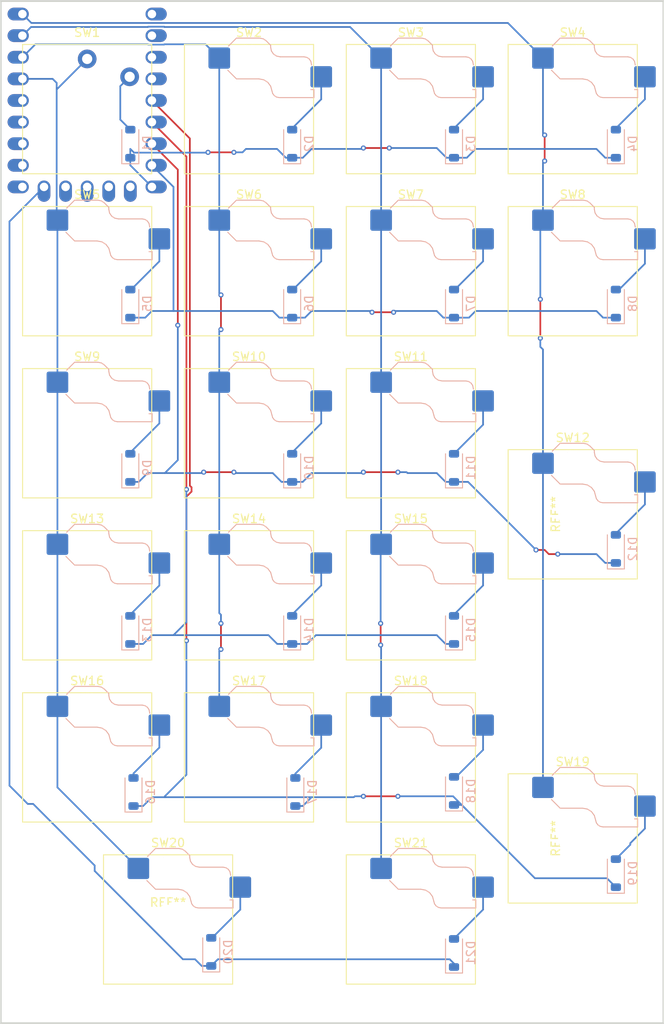
<source format=kicad_pcb>
(kicad_pcb (version 20241229) (generator "pcbnew") (generator_version "9.0")
  (layers (0 "F.Cu" signal) (2 "B.Cu" signal) (13 "F.Paste" user) (15 "B.Paste" user) (5 "F.SilkS" user "F.Silkscreen") (7 "B.SilkS" user "B.Silkscreen") (1 "F.Mask" user) (3 "B.Mask" user) (25 "Edge.Cuts" user))
  (net 0 "")
  (net 1 "r1")
  (net 2 "Net-(D1-A)")
  (net 3 "Net-(D2-A)")
  (net 4 "Net-(D3-A)")
  (net 5 "Net-(D4-A)")
  (net 6 "r2")
  (net 7 "Net-(D5-A)")
  (net 8 "Net-(D6-A)")
  (net 9 "Net-(D7-A)")
  (net 10 "Net-(D8-A)")
  (net 11 "Net-(D9-A)")
  (net 12 "r3")
  (net 13 "Net-(D10-A)")
  (net 14 "Net-(D11-A)")
  (net 15 "Net-(D12-A)")
  (net 16 "Net-(D13-A)")
  (net 17 "r4")
  (net 18 "Net-(D14-A)")
  (net 19 "Net-(D15-A)")
  (net 20 "r5")
  (net 21 "Net-(D16-A)")
  (net 22 "Net-(D17-A)")
  (net 23 "Net-(D18-A)")
  (net 24 "Net-(D19-A)")
  (net 25 "Net-(D20-A)")
  (net 26 "r6")
  (net 27 "Net-(D21-A)")
  (net 28 "c1")
  (net 29 "c2")
  (net 30 "c3")
  (net 31 "c4")
  (footprint "ScottoKeebs_Stabilizer:Stabilizer_MX_2.00u" (layer "F.Cu") (at 95.25 123.825 90)
    (property "Reference" "REF**")
    (property "Value" "Stabilizer_MX_2.00u")
  )
  (footprint "ScottoKeebs_Hotswap:Hotswap_Choc_V1_1.00u" (layer "F.Cu") (at 76.2 114.3)
    (property "Reference" "SW18")
    (property "Value" "SW_Push_45deg")
  )
  (footprint "ScottoKeebs_Hotswap:Hotswap_Choc_V1_2.00u" (layer "F.Cu") (at 47.625 133.35)
    (property "Reference" "SW20")
    (property "Value" "SW_Push_45deg")
  )
  (footprint "ScottoKeebs_Hotswap:Hotswap_Choc_V1_2.00u_90deg" (layer "F.Cu") (at 95.25 85.725)
    (property "Reference" "SW12")
    (property "Value" "SW_Push_45deg")
  )
  (footprint "ScottoKeebs_Hotswap:Hotswap_Choc_V1_1.00u" (layer "F.Cu") (at 76.2 57.15)
    (property "Reference" "SW7")
    (property "Value" "SW_Push_45deg")
  )
  (footprint "ScottoKeebs_Hotswap:Hotswap_Choc_V1_1.00u" (layer "F.Cu") (at 76.2 38.1)
    (property "Reference" "SW3")
    (property "Value" "SW_Push_45deg")
  )
  (footprint "ScottoKeebs_Hotswap:Hotswap_Choc_V1_1.00u" (layer "F.Cu") (at 57.15 95.25)
    (property "Reference" "SW14")
    (property "Value" "SW_Push_45deg")
  )
  (footprint "ScottoKeebs_Hotswap:Hotswap_Choc_V1_1.00u" (layer "F.Cu") (at 57.15 114.3)
    (property "Reference" "SW17")
    (property "Value" "SW_Push_45deg")
  )
  (footprint "ScottoKeebs_Choc:Choc_V1_1.00u" (layer "F.Cu") (at 38.1 38.1)
    (property "Reference" "SW1")
    (property "Value" "SW_Push_45deg")
  )
  (footprint "ScottoKeebs_Hotswap:Hotswap_Choc_V1_2.00u_90deg" (layer "F.Cu") (at 95.25 123.825)
    (property "Reference" "SW19")
    (property "Value" "SW_Push_45deg")
  )
  (footprint "ScottoKeebs_Hotswap:Hotswap_Choc_V1_1.00u" (layer "F.Cu") (at 95.25 57.15)
    (property "Reference" "SW8")
    (property "Value" "SW_Push_45deg")
  )
  (footprint "ScottoKeebs_Stabilizer:Stabilizer_MX_2.00u" (layer "F.Cu") (at 47.625 133.35)
    (property "Reference" "REF**")
    (property "Value" "Stabilizer_MX_2.00u")
  )
  (footprint "ScottoKeebs_Hotswap:Hotswap_Choc_V1_1.00u" (layer "F.Cu") (at 38.1 95.25)
    (property "Reference" "SW13")
    (property "Value" "SW_Push_45deg")
  )
  (footprint "ScottoKeebs_Hotswap:Hotswap_Choc_V1_1.00u" (layer "F.Cu") (at 76.2 95.25)
    (property "Reference" "SW15")
    (property "Value" "SW_Push_45deg")
  )
  (footprint "ScottoKeebs_Hotswap:Hotswap_Choc_V1_1.00u" (layer "F.Cu") (at 38.1 76.2)
    (property "Reference" "SW9")
    (property "Value" "SW_Push_45deg")
  )
  (footprint "ScottoKeebs_Hotswap:Hotswap_Choc_V1_1.00u" (layer "F.Cu") (at 38.1 114.3)
    (property "Reference" "SW16")
    (property "Value" "SW_Push_45deg")
  )
  (footprint "ScottoKeebs_Hotswap:Hotswap_Choc_V1_1.00u" (layer "F.Cu") (at 76.2 133.35)
    (property "Reference" "SW21")
    (property "Value" "SW_Push_45deg")
  )
  (footprint "ScottoKeebs_Hotswap:Hotswap_Choc_V1_1.00u" (layer "F.Cu") (at 76.2 76.2)
    (property "Reference" "SW11")
    (property "Value" "SW_Push_45deg")
  )
  (footprint "ScottoKeebs_Hotswap:Hotswap_Choc_V1_1.00u" (layer "F.Cu") (at 57.15 76.2)
    (property "Reference" "SW10")
    (property "Value" "SW_Push_45deg")
  )
  (footprint "ScottoKeebs_Stabilizer:Stabilizer_MX_2.00u" (layer "F.Cu") (at 95.25 85.725 90)
    (property "Reference" "REF**")
    (property "Value" "Stabilizer_MX_2.00u")
  )
  (footprint "ScottoKeebs_Hotswap:Hotswap_Choc_V1_1.00u" (layer "F.Cu") (at 38.1 57.15)
    (property "Reference" "SW5")
    (property "Value" "SW_Push_45deg")
  )
  (footprint "ScottoKeebs_Hotswap:Hotswap_Choc_V1_1.00u" (layer "F.Cu") (at 95.25 38.1)
    (property "Reference" "SW4")
    (property "Value" "SW_Push_45deg")
  )
  (footprint "ScottoKeebs_Hotswap:Hotswap_Choc_V1_1.00u" (layer "F.Cu") (at 57.15 38.1)
    (property "Reference" "SW2")
    (property "Value" "SW_Push_45deg")
  )
  (footprint "ScottoKeebs_Hotswap:Hotswap_Choc_V1_1.00u" (layer "F.Cu") (at 57.15 57.15)
    (property "Reference" "SW6")
    (property "Value" "SW_Push_45deg")
  )
  (footprint "Diode_SMD:D_SOD-123" (layer "B.Cu") (at 100.33 127.908 90)
    (property "Reference" "D19")
    (property "Value" "D_Small_Filled")
  )
  (footprint "Diode_SMD:D_SOD-123" (layer "B.Cu") (at 81.28 137.288 90)
    (property "Reference" "D21")
    (property "Value" "D_Small_Filled")
  )
  (footprint "Diode_SMD:D_SOD-123" (layer "B.Cu") (at 62.23 42.164 90)
    (property "Reference" "D2")
    (property "Value" "D_Small_Filled")
  )
  (footprint "Diode_SMD:D_SOD-123" (layer "B.Cu") (at 100.33 42.164 90)
    (property "Reference" "D4")
    (property "Value" "D_Small_Filled")
  )
  (footprint "Diode_SMD:D_SOD-123" (layer "B.Cu") (at 62.605 118.364 90)
    (property "Reference" "D17")
    (property "Value" "D_Small_Filled")
  )
  (footprint "Diode_SMD:D_SOD-123" (layer "B.Cu") (at 43.555 118.364 90)
    (property "Reference" "D16")
    (property "Value" "D_Small_Filled")
  )
  (footprint "Diode_SMD:D_SOD-123" (layer "B.Cu") (at 100.33 89.789 90)
    (property "Reference" "D12")
    (property "Value" "D_Small_Filled")
  )
  (footprint "Diode_SMD:D_SOD-123" (layer "B.Cu") (at 52.705 137.16 90)
    (property "Reference" "D20")
    (property "Value" "D_Small_Filled")
  )
  (footprint "Diode_SMD:D_SOD-123" (layer "B.Cu") (at 62.23 60.96 90)
    (property "Reference" "D6")
    (property "Value" "D_Small_Filled")
  )
  (footprint "Diode_SMD:D_SOD-123" (layer "B.Cu") (at 43.18 99.314 90)
    (property "Reference" "D13")
    (property "Value" "D_Small_Filled")
  )
  (footprint "Diode_SMD:D_SOD-123" (layer "B.Cu") (at 81.28 99.314 90)
    (property "Reference" "D15")
    (property "Value" "D_Small_Filled")
  )
  (footprint "Diode_SMD:D_SOD-123" (layer "B.Cu") (at 81.28 118.238 90)
    (property "Reference" "D18")
    (property "Value" "D_Small_Filled")
  )
  (footprint "Diode_SMD:D_SOD-123" (layer "B.Cu") (at 62.23 80.264 90)
    (property "Reference" "D10")
    (property "Value" "D_Small_Filled")
  )
  (footprint "Diode_SMD:D_SOD-123" (layer "B.Cu") (at 81.28 60.96 90)
    (property "Reference" "D7")
    (property "Value" "D_Small_Filled")
  )
  (footprint "Diode_SMD:D_SOD-123" (layer "B.Cu") (at 81.28 42.164 90)
    (property "Reference" "D3")
    (property "Value" "D_Small_Filled")
  )
  (footprint "Diode_SMD:D_SOD-123" (layer "B.Cu") (at 43.18 80.264 90)
    (property "Reference" "D9")
    (property "Value" "D_Small_Filled")
  )
  (footprint "Diode_SMD:D_SOD-123" (layer "B.Cu") (at 81.28 80.264 90)
    (property "Reference" "D11")
    (property "Value" "D_Small_Filled")
  )
  (footprint "Diode_SMD:D_SOD-123" (layer "B.Cu") (at 100.33 60.96 90)
    (property "Reference" "D8")
    (property "Value" "D_Small_Filled")
  )
  (footprint "Diode_SMD:D_SOD-123" (layer "B.Cu") (at 43.18 42.164 90)
    (property "Reference" "D1")
    (property "Value" "D_Small_Filled")
  )
  (footprint "Diode_SMD:D_SOD-123" (layer "B.Cu") (at 43.18 60.96 90)
    (property "Reference" "D5")
    (property "Value" "D_Small_Filled")
  )
  (footprint "Diode_SMD:D_SOD-123" (layer "B.Cu") (at 62.23 99.314 90)
    (property "Reference" "D14")
    (property "Value" "D_Small_Filled")
  )
  (footprint "ScottoKeebs_MCU:RP2040_Zero" (layer "B.Cu") (at 38.1 37.084 180)
    (property "Reference" "U1" (hide yes))
    (property "Value" "RP2040_Zero" (hide yes))
  )
  (gr_rect (start 27.94 25.4) (end 105.918 145.542) (stroke (width 0.2)) (fill no) (layer "Edge.Cuts"))
  (segment (start 52.324 43.18) (end 55.372 43.18) (width 0.2) (layer "F.Cu") (net 1))
  (segment (start 73.66 42.672) (end 70.612 42.672) (width 0.2) (layer "F.Cu") (net 1))
  (via (at 73.66 42.672) (size 0.6) (drill 0.3) (layers "F.Cu" "B.Cu") (net 1))
  (via (at 70.612 42.672) (size 0.6) (drill 0.3) (layers "F.Cu" "B.Cu") (net 1))
  (via (at 52.324 43.18) (size 0.6) (drill 0.3) (layers "F.Cu" "B.Cu") (net 1))
  (via (at 55.372 43.18) (size 0.6) (drill 0.3) (layers "F.Cu" "B.Cu") (net 1))
  (segment (start 62.23 43.814) (end 61.486 43.814) (width 0.2) (layer "B.Cu") (net 1))
  (segment (start 43.18 42.78) (end 43.615 43.215) (width 0.2) (layer "B.Cu") (net 1))
  (segment (start 81.28 43.814) (end 80.39 43.814) (width 0.2) (layer "B.Cu") (net 1))
  (segment (start 61.486 43.814) (end 60.452 42.78) (width 0.2) (layer "B.Cu") (net 1))
  (segment (start 43.615 43.215) (end 52.289 43.215) (width 0.2) (layer "B.Cu") (net 1))
  (segment (start 70.504 42.78) (end 64.516 42.78) (width 0.2) (layer "B.Cu") (net 1))
  (segment (start 70.612 42.672) (end 70.504 42.78) (width 0.2) (layer "B.Cu") (net 1))
  (segment (start 56.788 42.78) (end 60.452 42.78) (width 0.2) (layer "B.Cu") (net 1))
  (segment (start 63.482 43.814) (end 64.516 42.78) (width 0.2) (layer "B.Cu") (net 1))
  (segment (start 83.82 42.78) (end 98.044 42.78) (width 0.2) (layer "B.Cu") (net 1))
  (segment (start 82.786 43.814) (end 83.82 42.78) (width 0.2) (layer "B.Cu") (net 1))
  (segment (start 52.289 43.215) (end 52.324 43.18) (width 0.2) (layer "B.Cu") (net 1))
  (segment (start 56.388 43.18) (end 56.788 42.78) (width 0.2) (layer "B.Cu") (net 1))
  (segment (start 100.33 43.814) (end 99.078 43.814) (width 0.2) (layer "B.Cu") (net 1))
  (segment (start 81.28 43.814) (end 82.786 43.814) (width 0.2) (layer "B.Cu") (net 1))
  (segment (start 99.078 43.814) (end 98.044 42.78) (width 0.2) (layer "B.Cu") (net 1))
  (segment (start 43.18 44.704) (end 45.72 47.244) (width 0.2) (layer "B.Cu") (net 1))
  (segment (start 62.23 43.814) (end 63.482 43.814) (width 0.2) (layer "B.Cu") (net 1))
  (segment (start 80.39 43.814) (end 79.248 42.672) (width 0.2) (layer "B.Cu") (net 1))
  (segment (start 55.372 43.18) (end 56.388 43.18) (width 0.2) (layer "B.Cu") (net 1))
  (segment (start 43.18 42.78) (end 43.18 44.704) (width 0.2) (layer "B.Cu") (net 1))
  (segment (start 79.248 42.672) (end 73.66 42.672) (width 0.2) (layer "B.Cu") (net 1))
  (segment (start 43.18 40.514) (end 42.000001 39.334001) (width 0.2) (layer "B.Cu") (net 2))
  (segment (start 42.000001 39.334001) (end 42.000001 35.399999) (width 0.2) (layer "B.Cu") (net 2))
  (segment (start 42.000001 35.399999) (end 43.1 34.3) (width 0.2) (layer "B.Cu") (net 2))
  (segment (start 62.23 40.514) (end 62.23 40.359892) (width 0.2) (layer "B.Cu") (net 3))
  (segment (start 65.65 36.939892) (end 65.65 34.3) (width 0.2) (layer "B.Cu") (net 3))
  (segment (start 62.23 40.359892) (end 65.65 36.939892) (width 0.2) (layer "B.Cu") (net 3))
  (segment (start 81.28 40.359892) (end 84.7 36.939892) (width 0.2) (layer "B.Cu") (net 4))
  (segment (start 84.7 36.939892) (end 84.7 34.3) (width 0.2) (layer "B.Cu") (net 4))
  (segment (start 81.28 40.514) (end 81.28 40.359892) (width 0.2) (layer "B.Cu") (net 4))
  (segment (start 103.75 36.939892) (end 103.75 34.3) (width 0.2) (layer "B.Cu") (net 5))
  (segment (start 100.33 40.359892) (end 103.75 36.939892) (width 0.2) (layer "B.Cu") (net 5))
  (segment (start 100.33 40.514) (end 100.33 40.359892) (width 0.2) (layer "B.Cu") (net 5))
  (segment (start 71.628 61.976) (end 74.168 61.976) (width 0.2) (layer "F.Cu") (net 6))
  (via (at 71.628 61.976) (size 0.6) (drill 0.3) (layers "F.Cu" "B.Cu") (net 6))
  (via (at 74.168 61.976) (size 0.6) (drill 0.3) (layers "F.Cu" "B.Cu") (net 6))
  (segment (start 71.482 61.83) (end 71.628 61.976) (width 0.2) (layer "B.Cu") (net 6))
  (segment (start 62.23 62.61) (end 60.724 62.61) (width 0.2) (layer "B.Cu") (net 6))
  (segment (start 83.82 61.83) (end 98.044 61.83) (width 0.2) (layer "B.Cu") (net 6))
  (segment (start 74.168 61.976) (end 74.314 61.83) (width 0.2) (layer "B.Cu") (net 6))
  (segment (start 43.18 62.61) (end 44.94 62.61) (width 0.2) (layer "B.Cu") (net 6))
  (segment (start 48.26 61.83) (end 59.944 61.83) (width 0.2) (layer "B.Cu") (net 6))
  (segment (start 48.26 61.83) (end 48.26 47.244) (width 0.2) (layer "B.Cu") (net 6))
  (segment (start 83.04 62.61) (end 83.82 61.83) (width 0.2) (layer "B.Cu") (net 6))
  (segment (start 44.94 62.61) (end 45.72 61.83) (width 0.2) (layer "B.Cu") (net 6))
  (segment (start 64.516 61.83) (end 71.482 61.83) (width 0.2) (layer "B.Cu") (net 6))
  (segment (start 81.28 62.61) (end 83.04 62.61) (width 0.2) (layer "B.Cu") (net 6))
  (segment (start 48.26 47.244) (end 45.72 44.704) (width 0.2) (layer "B.Cu") (net 6))
  (segment (start 81.28 62.61) (end 80.028 62.61) (width 0.2) (layer "B.Cu") (net 6))
  (segment (start 80.028 62.61) (end 79.248 61.83) (width 0.2) (layer "B.Cu") (net 6))
  (segment (start 74.314 61.83) (end 79.248 61.83) (width 0.2) (layer "B.Cu") (net 6))
  (segment (start 100.33 62.61) (end 98.824 62.61) (width 0.2) (layer "B.Cu") (net 6))
  (segment (start 62.23 62.61) (end 63.736 62.61) (width 0.2) (layer "B.Cu") (net 6))
  (segment (start 63.736 62.61) (end 64.516 61.83) (width 0.2) (layer "B.Cu") (net 6))
  (segment (start 60.724 62.61) (end 59.944 61.83) (width 0.2) (layer "B.Cu") (net 6))
  (segment (start 98.824 62.61) (end 98.044 61.83) (width 0.2) (layer "B.Cu") (net 6))
  (segment (start 45.72 61.83) (end 48.26 61.83) (width 0.2) (layer "B.Cu") (net 6))
  (segment (start 46.6 55.989892) (end 46.6 53.35) (width 0.2) (layer "B.Cu") (net 7))
  (segment (start 43.18 59.31) (end 43.279892 59.31) (width 0.2) (layer "B.Cu") (net 7))
  (segment (start 43.279892 59.31) (end 46.6 55.989892) (width 0.2) (layer "B.Cu") (net 7))
  (segment (start 65.65 55.989892) (end 65.65 53.35) (width 0.2) (layer "B.Cu") (net 8))
  (segment (start 62.329892 59.31) (end 65.65 55.989892) (width 0.2) (layer "B.Cu") (net 8))
  (segment (start 62.23 59.31) (end 62.329892 59.31) (width 0.2) (layer "B.Cu") (net 8))
  (segment (start 81.379892 59.31) (end 84.7 55.989892) (width 0.2) (layer "B.Cu") (net 9))
  (segment (start 84.7 55.989892) (end 84.7 53.35) (width 0.2) (layer "B.Cu") (net 9))
  (segment (start 81.28 59.31) (end 81.379892 59.31) (width 0.2) (layer "B.Cu") (net 9))
  (segment (start 103.75 56.27) (end 103.75 53.35) (width 0.2) (layer "B.Cu") (net 10))
  (segment (start 100.33 59.31) (end 100.71 59.31) (width 0.2) (layer "B.Cu") (net 10))
  (segment (start 100.71 59.31) (end 103.75 56.27) (width 0.2) (layer "B.Cu") (net 10))
  (segment (start 43.18 78.614) (end 43.18 78.459892) (width 0.2) (layer "B.Cu") (net 11))
  (segment (start 46.6 75.039892) (end 46.6 72.4) (width 0.2) (layer "B.Cu") (net 11))
  (segment (start 43.18 78.459892) (end 46.6 75.039892) (width 0.2) (layer "B.Cu") (net 11))
  (segment (start 93.491 90.405) (end 92.437 90.405) (width 0.2) (layer "F.Cu") (net 12))
  (segment (start 92.437 90.405) (end 91.948 89.916) (width 0.2) (layer "F.Cu") (net 12))
  (segment (start 48.768 45.212) (end 45.72 42.164) (width 0.2) (layer "F.Cu") (net 12))
  (segment (start 48.768 63.5) (end 48.768 45.212) (width 0.2) (layer "F.Cu") (net 12))
  (segment (start 91.948 89.916) (end 90.932 89.916) (width 0.2) (layer "F.Cu") (net 12))
  (segment (start 70.612 80.772) (end 74.676 80.772) (width 0.2) (layer "F.Cu") (net 12))
  (segment (start 55.372 80.772) (end 51.816 80.772) (width 0.2) (layer "F.Cu") (net 12))
  (via (at 70.612 80.772) (size 0.6) (drill 0.3) (layers "F.Cu" "B.Cu") (net 12))
  (via (at 90.932 89.916) (size 0.6) (drill 0.3) (layers "F.Cu" "B.Cu") (net 12))
  (via (at 51.816 80.772) (size 0.6) (drill 0.3) (layers "F.Cu" "B.Cu") (net 12))
  (via (at 48.768 63.5) (size 0.6) (drill 0.3) (layers "F.Cu" "B.Cu") (net 12))
  (via (at 55.372 80.772) (size 0.6) (drill 0.3) (layers "F.Cu" "B.Cu") (net 12))
  (via (at 93.491 90.405) (size 0.6) (drill 0.3) (layers "F.Cu" "B.Cu") (net 12))
  (via (at 74.676 80.772) (size 0.6) (drill 0.3) (layers "F.Cu" "B.Cu") (net 12))
  (segment (start 47.244 80.88) (end 48.768 79.356) (width 0.2) (layer "B.Cu") (net 12))
  (segment (start 74.676 80.772) (end 75.692 80.772) (width 0.2) (layer "B.Cu") (net 12))
  (segment (start 62.23 81.914) (end 63.482 81.914) (width 0.2) (layer "B.Cu") (net 12))
  (segment (start 93.491 90.405) (end 98.044 90.405) (width 0.2) (layer "B.Cu") (net 12))
  (segment (start 62.23 81.914) (end 60.978 81.914) (width 0.2) (layer "B.Cu") (net 12))
  (segment (start 47.244 80.88) (end 45.212 80.88) (width 0.2) (layer "B.Cu") (net 12))
  (segment (start 99.078 91.439) (end 98.044 90.405) (width 0.2) (layer "B.Cu") (net 12))
  (segment (start 51.708 80.88) (end 47.244 80.88) (width 0.2) (layer "B.Cu") (net 12))
  (segment (start 51.816 80.772) (end 51.708 80.88) (width 0.2) (layer "B.Cu") (net 12))
  (segment (start 43.18 81.914) (end 44.178 81.914) (width 0.2) (layer "B.Cu") (net 12))
  (segment (start 81.28 81.914) (end 80.282 81.914) (width 0.2) (layer "B.Cu") (net 12))
  (segment (start 48.768 79.356) (end 48.768 63.5) (width 0.2) (layer "B.Cu") (net 12))
  (segment (start 55.48 80.88) (end 55.372 80.772) (width 0.2) (layer "B.Cu") (net 12))
  (segment (start 70.504 80.88) (end 70.612 80.772) (width 0.2) (layer "B.Cu") (net 12))
  (segment (start 44.178 81.914) (end 45.212 80.88) (width 0.2) (layer "B.Cu") (net 12))
  (segment (start 80.282 81.914) (end 79.248 80.88) (width 0.2) (layer "B.Cu") (net 12))
  (segment (start 59.944 80.88) (end 55.48 80.88) (width 0.2) (layer "B.Cu") (net 12))
  (segment (start 64.516 80.88) (end 70.504 80.88) (width 0.2) (layer "B.Cu") (net 12))
  (segment (start 75.692 80.772) (end 75.8 80.88) (width 0.2) (layer "B.Cu") (net 12))
  (segment (start 81.28 81.914) (end 82.93 81.914) (width 0.2) (layer "B.Cu") (net 12))
  (segment (start 63.482 81.914) (end 64.516 80.88) (width 0.2) (layer "B.Cu") (net 12))
  (segment (start 82.93 81.914) (end 90.932 89.916) (width 0.2) (layer "B.Cu") (net 12))
  (segment (start 60.978 81.914) (end 59.944 80.88) (width 0.2) (layer "B.Cu") (net 12))
  (segment (start 100.33 91.439) (end 99.078 91.439) (width 0.2) (layer "B.Cu") (net 12))
  (segment (start 75.8 80.88) (end 79.248 80.88) (width 0.2) (layer "B.Cu") (net 12))
  (segment (start 62.23 78.459892) (end 65.65 75.039892) (width 0.2) (layer "B.Cu") (net 13))
  (segment (start 65.65 75.039892) (end 65.65 72.4) (width 0.2) (layer "B.Cu") (net 13))
  (segment (start 62.23 78.614) (end 62.23 78.459892) (width 0.2) (layer "B.Cu") (net 13))
  (segment (start 84.7 75.194) (end 84.7 72.4) (width 0.2) (layer "B.Cu") (net 14))
  (segment (start 81.28 78.614) (end 84.7 75.194) (width 0.2) (layer "B.Cu") (net 14))
  (segment (start 103.75 84.564892) (end 103.75 81.925) (width 0.2) (layer "B.Cu") (net 15))
  (segment (start 100.33 87.984892) (end 103.75 84.564892) (width 0.2) (layer "B.Cu") (net 15))
  (segment (start 100.33 88.139) (end 100.33 87.984892) (width 0.2) (layer "B.Cu") (net 15))
  (segment (start 46.6 94.089892) (end 46.6 91.45) (width 0.2) (layer "B.Cu") (net 16))
  (segment (start 43.18 97.509892) (end 46.6 94.089892) (width 0.2) (layer "B.Cu") (net 16))
  (segment (start 43.18 97.664) (end 43.18 97.509892) (width 0.2) (layer "B.Cu") (net 16))
  (segment (start 49.784 82.804) (end 49.784 43.688) (width 0.2) (layer "F.Cu") (net 17))
  (segment (start 49.784 43.688) (end 45.72 39.624) (width 0.2) (layer "F.Cu") (net 17))
  (via (at 49.784 82.804) (size 0.6) (drill 0.3) (layers "F.Cu" "B.Cu") (net 17))
  (segment (start 63.99 100.964) (end 65.024 99.93) (width 0.2) (layer "B.Cu") (net 17))
  (segment (start 62.23 100.964) (end 63.99 100.964) (width 0.2) (layer "B.Cu") (net 17))
  (segment (start 65.024 99.93) (end 79.248 99.93) (width 0.2) (layer "B.Cu") (net 17))
  (segment (start 45.72 99.93) (end 48.26 99.93) (width 0.2) (layer "B.Cu") (net 17))
  (segment (start 81.28 100.964) (end 80.282 100.964) (width 0.2) (layer "B.Cu") (net 17))
  (segment (start 48.26 99.93) (end 59.436 99.93) (width 0.2) (layer "B.Cu") (net 17))
  (segment (start 49.784 98.406) (end 49.784 82.804) (width 0.2) (layer "B.Cu") (net 17))
  (segment (start 62.23 100.964) (end 60.47 100.964) (width 0.2) (layer "B.Cu") (net 17))
  (segment (start 48.26 99.93) (end 49.784 98.406) (width 0.2) (layer "B.Cu") (net 17))
  (segment (start 44.686 100.964) (end 45.72 99.93) (width 0.2) (layer "B.Cu") (net 17))
  (segment (start 80.282 100.964) (end 79.248 99.93) (width 0.2) (layer "B.Cu") (net 17))
  (segment (start 60.47 100.964) (end 59.436 99.93) (width 0.2) (layer "B.Cu") (net 17))
  (segment (start 43.18 100.964) (end 44.686 100.964) (width 0.2) (layer "B.Cu") (net 17))
  (segment (start 62.23 97.509892) (end 65.65 94.089892) (width 0.2) (layer "B.Cu") (net 18))
  (segment (start 62.23 97.664) (end 62.23 97.509892) (width 0.2) (layer "B.Cu") (net 18))
  (segment (start 65.65 94.089892) (end 65.65 91.45) (width 0.2) (layer "B.Cu") (net 18))
  (segment (start 81.28 97.664) (end 81.28 97.509892) (width 0.2) (layer "B.Cu") (net 19))
  (segment (start 81.28 97.509892) (end 84.7 94.089892) (width 0.2) (layer "B.Cu") (net 19))
  (segment (start 84.7 94.089892) (end 84.7 91.45) (width 0.2) (layer "B.Cu") (net 19))
  (segment (start 50.385 82.555057) (end 50.185 82.355057) (width 0.2) (layer "F.Cu") (net 20))
  (segment (start 49.784 100.584) (end 49.784 83.653943) (width 0.2) (layer "F.Cu") (net 20))
  (segment (start 50.185 41.549) (end 45.72 37.084) (width 0.2) (layer "F.Cu") (net 20))
  (segment (start 74.676 118.872) (end 70.612 118.872) (width 0.2) (layer "F.Cu") (net 20))
  (segment (start 49.784 83.653943) (end 50.385 83.052943) (width 0.2) (layer "F.Cu") (net 20))
  (segment (start 50.385 83.052943) (end 50.385 82.555057) (width 0.2) (layer "F.Cu") (net 20))
  (segment (start 50.185 82.355057) (end 50.185 41.549) (width 0.2) (layer "F.Cu") (net 20))
  (via (at 70.612 118.872) (size 0.6) (drill 0.3) (layers "F.Cu" "B.Cu") (net 20))
  (via (at 49.784 100.584) (size 0.6) (drill 0.3) (layers "F.Cu" "B.Cu") (net 20))
  (via (at 74.676 118.872) (size 0.6) (drill 0.3) (layers "F.Cu" "B.Cu") (net 20))
  (segment (start 82.75 120.45) (end 90.805 128.505) (width 0.2) (layer "B.Cu") (net 20))
  (segment (start 49.784 116.332) (end 49.784 100.584) (width 0.2) (layer "B.Cu") (net 20))
  (segment (start 63.482 120.014) (end 64.516 118.98) (width 0.2) (layer "B.Cu") (net 20))
  (segment (start 45.72 118.98) (end 47.244 118.98) (width 0.2) (layer "B.Cu") (net 20))
  (segment (start 44.686 120.014) (end 45.72 118.98) (width 0.2) (layer "B.Cu") (net 20))
  (segment (start 43.555 120.014) (end 44.686 120.014) (width 0.2) (layer "B.Cu") (net 20))
  (segment (start 47.244 118.98) (end 64.516 118.98) (width 0.2) (layer "B.Cu") (net 20))
  (segment (start 90.805 128.505) (end 99.277 128.505) (width 0.2) (layer "B.Cu") (net 20))
  (segment (start 62.605 120.014) (end 63.482 120.014) (width 0.2) (layer "B.Cu") (net 20))
  (segment (start 70.612 118.872) (end 69.596 118.872) (width 0.2) (layer "B.Cu") (net 20))
  (segment (start 81.172 118.872) (end 82.75 120.45) (width 0.2) (layer "B.Cu") (net 20))
  (segment (start 47.244 118.98) (end 47.244 118.872) (width 0.2) (layer "B.Cu") (net 20))
  (segment (start 69.488 118.98) (end 64.516 118.98) (width 0.2) (layer "B.Cu") (net 20))
  (segment (start 82.188 119.888) (end 82.75 120.45) (width 0.2) (layer "B.Cu") (net 20))
  (segment (start 69.596 118.872) (end 69.488 118.98) (width 0.2) (layer "B.Cu") (net 20))
  (segment (start 81.28 119.888) (end 82.188 119.888) (width 0.2) (layer "B.Cu") (net 20))
  (segment (start 81.172 118.872) (end 74.676 118.872) (width 0.2) (layer "B.Cu") (net 20))
  (segment (start 100.33 129.558) (end 99.277 128.505) (width 0.2) (layer "B.Cu") (net 20))
  (segment (start 47.244 118.872) (end 49.784 116.332) (width 0.2) (layer "B.Cu") (net 20))
  (segment (start 46.6 113.139892) (end 46.6 110.5) (width 0.2) (layer "B.Cu") (net 21))
  (segment (start 43.555 116.714) (end 43.555 116.184892) (width 0.2) (layer "B.Cu") (net 21))
  (segment (start 43.555 116.184892) (end 46.6 113.139892) (width 0.2) (layer "B.Cu") (net 21))
  (segment (start 62.605 116.714) (end 62.605 116.211) (width 0.2) (layer "B.Cu") (net 22))
  (segment (start 65.65 113.166) (end 65.65 110.5) (width 0.2) (layer "B.Cu") (net 22))
  (segment (start 62.605 116.211) (end 65.65 113.166) (width 0.2) (layer "B.Cu") (net 22))
  (segment (start 81.532 116.588) (end 84.7 113.42) (width 0.2) (layer "B.Cu") (net 23))
  (segment (start 84.7 113.42) (end 84.7 110.5) (width 0.2) (layer "B.Cu") (net 23))
  (segment (start 81.28 116.588) (end 81.532 116.588) (width 0.2) (layer "B.Cu") (net 23))
  (segment (start 102.031446 124.383446) (end 103.75 122.664892) (width 0.2) (layer "B.Cu") (net 24))
  (segment (start 100.33 126.258) (end 102.031446 124.556554) (width 0.2) (layer "B.Cu") (net 24))
  (segment (start 102.031446 124.556554) (end 102.031446 124.383446) (width 0.2) (layer "B.Cu") (net 24))
  (segment (start 103.75 122.664892) (end 103.75 120.025) (width 0.2) (layer "B.Cu") (net 24))
  (segment (start 52.705 135.51) (end 52.804892 135.51) (width 0.2) (layer "B.Cu") (net 25))
  (segment (start 52.804892 135.51) (end 56.125 132.189892) (width 0.2) (layer "B.Cu") (net 25))
  (segment (start 56.125 132.189892) (end 56.125 129.55) (width 0.2) (layer "B.Cu") (net 25))
  (segment (start 53.485 138.03) (end 80.772 138.03) (width 0.2) (layer "B.Cu") (net 26))
  (segment (start 28.956 51.308) (end 28.956 117.616907) (width 0.2) (layer "B.Cu") (net 26))
  (segment (start 53.485 138.03) (end 52.705 138.81) (width 0.2) (layer "B.Cu") (net 26))
  (segment (start 50.8 138.03) (end 49.369093 138.03) (width 0.2) (layer "B.Cu") (net 26))
  (segment (start 52.705 138.81) (end 51.58 138.81) (width 0.2) (layer "B.Cu") (net 26))
  (segment (start 31.107546 119.768454) (end 28.956 117.616907) (width 0.2) (layer "B.Cu") (net 26))
  (segment (start 38.981546 127.007896) (end 31.742104 119.768454) (width 0.2) (layer "B.Cu") (net 26))
  (segment (start 81.28 138.938) (end 81.28 138.538) (width 0.2) (layer "B.Cu") (net 26))
  (segment (start 38.981546 127.642454) (end 38.981546 127.007896) (width 0.2) (layer "B.Cu") (net 26))
  (segment (start 28.956 51.308) (end 33.02 47.244) (width 0.2) (layer "B.Cu") (net 26))
  (segment (start 31.742104 119.768454) (end 31.107546 119.768454) (width 0.2) (layer "B.Cu") (net 26))
  (segment (start 51.58 138.81) (end 50.8 138.03) (width 0.2) (layer "B.Cu") (net 26))
  (segment (start 81.28 138.538) (end 80.772 138.03) (width 0.2) (layer "B.Cu") (net 26))
  (segment (start 49.369093 138.03) (end 38.981546 127.642454) (width 0.2) (layer "B.Cu") (net 26))
  (segment (start 81.28 135.638) (end 81.28 135.609892) (width 0.2) (layer "B.Cu") (net 27))
  (segment (start 84.7 132.189892) (end 84.7 129.55) (width 0.2) (layer "B.Cu") (net 27))
  (segment (start 81.28 135.609892) (end 84.7 132.189892) (width 0.2) (layer "B.Cu") (net 27))
  (segment (start 34.6 117.825) (end 44.125 127.35) (width 0.2) (layer "B.Cu") (net 28))
  (segment (start 34.509 35.017) (end 34.036 34.544) (width 0.2) (layer "B.Cu") (net 28))
  (segment (start 34.6 70.2) (end 34.6 89.25) (width 0.2) (layer "B.Cu") (net 28))
  (segment (start 34.509 51.059) (end 34.509 35.791) (width 0.2) (layer "B.Cu") (net 28))
  (segment (start 34.509 35.791) (end 38.1 32.2) (width 0.2) (layer "B.Cu") (net 28))
  (segment (start 34.6 108.3) (end 34.6 117.825) (width 0.2) (layer "B.Cu") (net 28))
  (segment (start 34.6 51.15) (end 34.6 70.2) (width 0.2) (layer "B.Cu") (net 28))
  (segment (start 34.6 51.15) (end 34.509 51.059) (width 0.2) (layer "B.Cu") (net 28))
  (segment (start 34.6 89.25) (end 34.6 108.3) (width 0.2) (layer "B.Cu") (net 28))
  (segment (start 34.036 34.544) (end 30.48 34.544) (width 0.2) (layer "B.Cu") (net 28))
  (segment (start 34.509 35.791) (end 34.509 35.017) (width 0.2) (layer "B.Cu") (net 28))
  (segment (start 53.848 59.944) (end 53.848 64.008) (width 0.2) (layer "F.Cu") (net 29))
  (segment (start 53.848 101.6) (end 53.848 98.552) (width 0.2) (layer "F.Cu") (net 29))
  (via (at 53.848 59.944) (size 0.6) (drill 0.3) (layers "F.Cu" "B.Cu") (net 29))
  (via (at 53.848 64.008) (size 0.6) (drill 0.3) (layers "F.Cu" "B.Cu") (net 29))
  (via (at 53.848 98.552) (size 0.6) (drill 0.3) (layers "F.Cu" "B.Cu") (net 29))
  (via (at 53.848 101.6) (size 0.6) (drill 0.3) (layers "F.Cu" "B.Cu") (net 29))
  (segment (start 53.65 51.15) (end 53.65 59.746) (width 0.2) (layer "B.Cu") (net 29))
  (segment (start 53.65 101.798) (end 53.848 101.6) (width 0.2) (layer "B.Cu") (net 29))
  (segment (start 53.65 64.206) (end 53.65 70.2) (width 0.2) (layer "B.Cu") (net 29))
  (segment (start 53.65 32.1) (end 53.65 51.15) (width 0.2) (layer "B.Cu") (net 29))
  (segment (start 47.155338 30.515) (end 45.284662 30.515) (width 0.2) (layer "B.Cu") (net 29))
  (segment (start 53.848 64.008) (end 53.65 64.206) (width 0.2) (layer "B.Cu") (net 29))
  (segment (start 53.65 70.2) (end 53.65 89.25) (width 0.2) (layer "B.Cu") (net 29))
  (segment (start 52.03 30.48) (end 47.190338 30.48) (width 0.2) (layer "B.Cu") (net 29))
  (segment (start 32.004 30.48) (end 30.48 32.004) (width 0.2) (layer "B.Cu") (net 29))
  (segment (start 53.65 97.338) (end 53.65 89.25) (width 0.2) (layer "B.Cu") (net 29))
  (segment (start 45.249662 30.48) (end 32.004 30.48) (width 0.2) (layer "B.Cu") (net 29))
  (segment (start 45.284662 30.515) (end 45.249662 30.48) (width 0.2) (layer "B.Cu") (net 29))
  (segment (start 53.65 108.3) (end 53.65 101.798) (width 0.2) (layer "B.Cu") (net 29))
  (segment (start 47.190338 30.48) (end 47.155338 30.515) (width 0.2) (layer "B.Cu") (net 29))
  (segment (start 53.65 59.746) (end 53.848 59.944) (width 0.2) (layer "B.Cu") (net 29))
  (segment (start 53.848 97.536) (end 53.65 97.338) (width 0.2) (layer "B.Cu") (net 29))
  (segment (start 53.65 32.1) (end 52.03 30.48) (width 0.2) (layer "B.Cu") (net 29))
  (segment (start 53.848 98.552) (end 53.848 97.536) (width 0.2) (layer "B.Cu") (net 29))
  (segment (start 72.644 98.552) (end 72.644 101.092) (width 0.2) (layer "F.Cu") (net 30))
  (via (at 72.644 101.092) (size 0.6) (drill 0.3) (layers "F.Cu" "B.Cu") (net 30))
  (via (at 72.644 98.552) (size 0.6) (drill 0.3) (layers "F.Cu" "B.Cu") (net 30))
  (segment (start 45.284662 28.413) (end 45.249662 28.448) (width 0.2) (layer "B.Cu") (net 30))
  (segment (start 72.644 101.092) (end 72.7 101.148) (width 0.2) (layer "B.Cu") (net 30))
  (segment (start 45.249662 28.448) (end 31.496 28.448) (width 0.2) (layer "B.Cu") (net 30))
  (segment (start 72.644 89.306) (end 72.644 98.552) (width 0.2) (layer "B.Cu") (net 30))
  (segment (start 69.048 28.448) (end 47.190338 28.448) (width 0.2) (layer "B.Cu") (net 30))
  (segment (start 47.155338 28.413) (end 45.284662 28.413) (width 0.2) (layer "B.Cu") (net 30))
  (segment (start 31.496 28.448) (end 30.48 29.464) (width 0.2) (layer "B.Cu") (net 30))
  (segment (start 72.7 108.3) (end 72.7 127.35) (width 0.2) (layer "B.Cu") (net 30))
  (segment (start 72.7 32.1) (end 69.048 28.448) (width 0.2) (layer "B.Cu") (net 30))
  (segment (start 72.7 89.25) (end 72.644 89.306) (width 0.2) (layer "B.Cu") (net 30))
  (segment (start 72.7 70.2) (end 72.7 89.25) (width 0.2) (layer "B.Cu") (net 30))
  (segment (start 72.7 51.15) (end 72.7 70.2) (width 0.2) (layer "B.Cu") (net 30))
  (segment (start 47.190338 28.448) (end 47.155338 28.413) (width 0.2) (layer "B.Cu") (net 30))
  (segment (start 72.7 32.1) (end 72.7 51.15) (width 0.2) (layer "B.Cu") (net 30))
  (segment (start 72.7 101.148) (end 72.7 108.3) (width 0.2) (layer "B.Cu") (net 30))
  (segment (start 91.44 60.452) (end 91.44 65.024) (width 0.2) (layer "F.Cu") (net 31))
  (segment (start 91.948 41.148) (end 91.948 44.196) (width 0.2) (layer "F.Cu") (net 31))
  (via (at 91.948 44.196) (size 0.6) (drill 0.3) (layers "F.Cu" "B.Cu") (net 31))
  (via (at 91.948 41.148) (size 0.6) (drill 0.3) (layers "F.Cu" "B.Cu") (net 31))
  (via (at 91.44 60.452) (size 0.6) (drill 0.3) (layers "F.Cu" "B.Cu") (net 31))
  (via (at 91.44 65.024) (size 0.6) (drill 0.3) (layers "F.Cu" "B.Cu") (net 31))
  (segment (start 91.75 44.394) (end 91.75 51.15) (width 0.2) (layer "B.Cu") (net 31))
  (segment (start 91.75 66.35) (end 91.75 79.725) (width 0.2) (layer "B.Cu") (net 31))
  (segment (start 91.75 32.1) (end 91.75 40.95) (width 0.2) (layer "B.Cu") (net 31))
  (segment (start 91.75 32.1) (end 87.625 27.975) (width 0.2) (layer "B.Cu") (net 31))
  (segment (start 91.44 51.46) (end 91.44 60.452) (width 0.2) (layer "B.Cu") (net 31))
  (segment (start 91.75 40.95) (end 91.948 41.148) (width 0.2) (layer "B.Cu") (net 31))
  (segment (start 91.44 66.04) (end 91.75 66.35) (width 0.2) (layer "B.Cu") (net 31))
  (segment (start 91.44 65.024) (end 91.44 66.04) (width 0.2) (layer "B.Cu") (net 31))
  (segment (start 91.75 51.15) (end 91.44 51.46) (width 0.2) (layer "B.Cu") (net 31))
  (segment (start 91.948 44.196) (end 91.75 44.394) (width 0.2) (layer "B.Cu") (net 31))
  (segment (start 91.75 79.725) (end 91.75 117.825) (width 0.2) (layer "B.Cu") (net 31))
  (segment (start 31.531 27.975) (end 30.48 26.924) (width 0.2) (layer "B.Cu") (net 31))
  (segment (start 87.625 27.975) (end 31.531 27.975) (width 0.2) (layer "B.Cu") (net 31))
)
</source>
